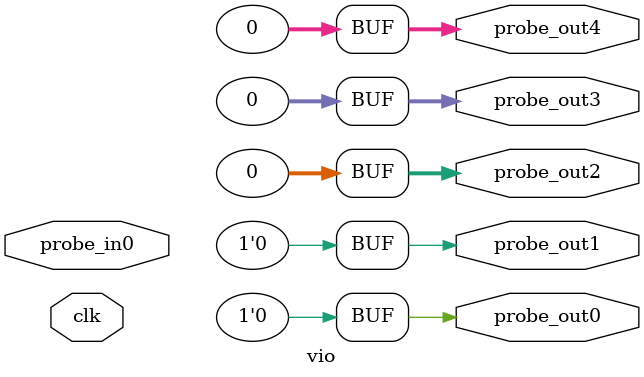
<source format=v>
`timescale 1ns / 1ps
module vio (
clk,
probe_in0,
probe_out0,
probe_out1,
probe_out2,
probe_out3,
probe_out4
);

input clk;
input [0 : 0] probe_in0;

output reg [0 : 0] probe_out0 = 'h0 ;
output reg [0 : 0] probe_out1 = 'h0 ;
output reg [31 : 0] probe_out2 = 'h00000000 ;
output reg [31 : 0] probe_out3 = 'h00000000 ;
output reg [31 : 0] probe_out4 = 'h00000000 ;


endmodule

</source>
